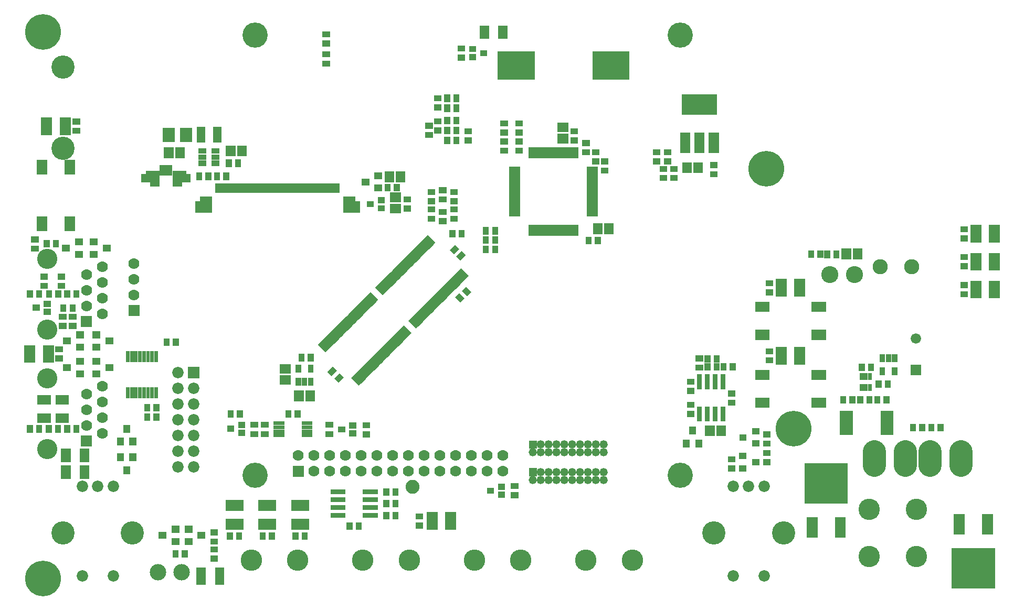
<source format=gbr>
G04 start of page 7 for group -4063 idx -4063 *
G04 Title: Power Board, componentmask *
G04 Creator: pcb 20110918 *
G04 CreationDate: Wed 12 Sep 2012 10:37:05 PM GMT UTC *
G04 For: rob *
G04 Format: Gerber/RS-274X *
G04 PCB-Dimensions: 653543 393701 *
G04 PCB-Coordinate-Origin: lower left *
%MOIN*%
%FSLAX25Y25*%
%LNTOPMASK*%
%ADD174R,0.0572X0.0572*%
%ADD173R,0.0230X0.0230*%
%ADD172R,0.0400X0.0400*%
%ADD171R,0.2551X0.2551*%
%ADD170R,0.0698X0.0698*%
%ADD169R,0.0250X0.0250*%
%ADD168R,0.0809X0.0809*%
%ADD167R,0.0300X0.0300*%
%ADD166C,0.0886*%
%ADD165R,0.0390X0.0390*%
%ADD164R,0.1791X0.1791*%
%ADD163R,0.1320X0.1320*%
%ADD162R,0.0660X0.0660*%
%ADD161R,0.0220X0.0220*%
%ADD160R,0.0374X0.0374*%
%ADD159R,0.0532X0.0532*%
%ADD158R,0.0295X0.0295*%
%ADD157R,0.0700X0.0700*%
%ADD156R,0.0440X0.0440*%
%ADD155R,0.0650X0.0650*%
%ADD154R,0.0216X0.0216*%
%ADD153R,0.0728X0.0728*%
%ADD152R,0.0381X0.0381*%
%ADD151R,0.0413X0.0413*%
%ADD150R,0.0340X0.0340*%
%ADD149R,0.0790X0.0790*%
%ADD148R,0.0533X0.0533*%
%ADD147R,0.0612X0.0612*%
%ADD146C,0.1043*%
%ADD145C,0.1360*%
%ADD144C,0.1358*%
%ADD143C,0.0728*%
%ADD142C,0.1280*%
%ADD141C,0.0660*%
%ADD140C,0.1476*%
%ADD139C,0.0965*%
%ADD138C,0.2270*%
%ADD137C,0.1083*%
%ADD136C,0.0520*%
%ADD135C,0.0001*%
%ADD134C,0.0700*%
%ADD133C,0.1600*%
G54D133*X430276Y369016D03*
X160276D03*
G54D134*X187776Y101516D03*
X197776D03*
X207776D03*
X197776Y91516D03*
X207776D03*
X217776D03*
X227776D03*
X237776D03*
X247776D03*
X257776D03*
Y101516D03*
X267776D03*
X277776D03*
G54D133*X160276Y89016D03*
G54D135*G36*
X184276Y95016D02*Y88016D01*
X191276D01*
Y95016D01*
X184276D01*
G37*
G54D134*X217776Y101516D03*
X227776D03*
X237776D03*
X247776D03*
X267776Y91516D03*
X277776D03*
X287776D03*
X297776D03*
X307776D03*
X317776D03*
X287776Y101516D03*
X297776D03*
X307776D03*
X317776D03*
G54D136*X381776Y108516D03*
Y103516D03*
G54D137*X525275Y216733D03*
G54D138*X485039Y283858D03*
X502362Y118504D03*
G54D137*X540865Y216733D03*
G54D139*X577481Y221654D03*
G54D140*X573228Y99607D03*
G54D135*G36*
X576779Y159127D02*Y152527D01*
X583379D01*
Y159127D01*
X576779D01*
G37*
G54D141*X580079Y175827D03*
G54D139*X557481Y221654D03*
G54D140*X553543Y99607D03*
G54D135*G36*
X117777Y157856D02*Y150573D01*
X125060D01*
Y157856D01*
X117777D01*
G37*
G54D142*X28190Y150711D03*
G54D143*X111419Y154214D03*
Y144214D03*
Y134214D03*
X121419Y144214D03*
Y134214D03*
Y124214D03*
Y114214D03*
Y104214D03*
Y94214D03*
X111419Y124214D03*
Y114214D03*
Y104214D03*
Y94214D03*
G54D134*X53190Y140711D03*
Y120711D03*
Y130711D03*
G54D135*G36*
X49690Y114211D02*Y107211D01*
X56690D01*
Y114211D01*
X49690D01*
G37*
G54D142*X28190Y181655D03*
G54D135*G36*
X79965Y197123D02*Y190123D01*
X86965D01*
Y197123D01*
X79965D01*
G37*
G54D134*X83465Y203623D03*
Y213623D03*
Y223623D03*
X63190Y145711D03*
Y125711D03*
Y115711D03*
Y135711D03*
X53190Y216655D03*
Y196655D03*
Y206655D03*
G54D135*G36*
X49690Y190155D02*Y183155D01*
X56690D01*
Y190155D01*
X49690D01*
G37*
G54D134*X63190Y221655D03*
Y201655D03*
Y191655D03*
Y211655D03*
G54D142*X28190Y226655D03*
G54D140*X38189Y296969D03*
Y348701D03*
G54D138*X25591Y370866D03*
G54D144*X550355Y67364D03*
X580355D03*
X550355Y37364D03*
X580355D03*
G54D140*X608661Y99607D03*
X588976D03*
G54D145*X399999Y34843D03*
G54D133*X430276Y89016D03*
G54D143*X473819Y81888D03*
X483662D03*
X463976D03*
X483662Y24801D03*
X463976D03*
G54D140*X495866Y52360D03*
X451772D03*
G54D135*G36*
X334176Y93616D02*Y88416D01*
X339376D01*
Y93616D01*
X334176D01*
G37*
G54D136*X341776Y91016D03*
X346776D03*
G54D135*G36*
X334176Y111116D02*Y105916D01*
X339376D01*
Y111116D01*
X334176D01*
G37*
G54D136*X336776Y103516D03*
X341776Y108516D03*
Y103516D03*
G54D145*X329135Y34844D03*
X299607D03*
G54D136*X351776Y91016D03*
X356776D03*
X361776D03*
X366776D03*
X351776Y86016D03*
X356776D03*
X361776D03*
X366776D03*
X371776Y91016D03*
X376776D03*
X381776D03*
X371776Y86016D03*
X376776D03*
X381776D03*
G54D145*X370471Y34843D03*
G54D136*X346776Y108516D03*
Y103516D03*
X351776D03*
X356776D03*
X351776Y108516D03*
X356776D03*
X361776D03*
X366776D03*
X371776D03*
X376776D03*
X361776Y103516D03*
X366776D03*
X371776D03*
X376776D03*
G54D142*X28190Y105711D03*
G54D136*X336776Y86016D03*
X341776D03*
X346776D03*
G54D143*X60435Y81891D03*
X70278D03*
X50592D03*
G54D145*X258270Y34844D03*
X228742D03*
X187404Y34845D03*
X157876D03*
G54D143*X70278Y24804D03*
X50592D03*
G54D140*X82482Y52363D03*
G54D146*X113780Y27166D03*
X98780D03*
G54D140*X38388Y52363D03*
G54D138*X25591Y23229D03*
G54D147*X144882Y295669D02*Y294883D01*
X151968Y295669D02*Y294883D01*
G54D148*X136221Y307874D02*Y303150D01*
X125985Y307874D02*Y303150D01*
G54D149*X116536Y306112D02*Y304912D01*
G54D150*X134240Y295276D02*X135840D01*
X126040D02*X127640D01*
X126040Y291376D02*X127640D01*
G54D151*X127560Y264075D02*X130985D01*
G54D152*X130709Y279618D02*Y278650D01*
X124875Y279618D02*Y278650D01*
G54D153*X126064Y259705D02*X129410D01*
G54D150*X126040Y287476D02*X127640D01*
G54D154*X155906Y273524D02*Y269784D01*
X157875Y273524D02*Y269784D01*
X159843Y273524D02*Y269784D01*
X161812Y273524D02*Y269784D01*
X163780Y273524D02*Y269784D01*
X165749Y273524D02*Y269784D01*
X167717Y273524D02*Y269784D01*
X169686Y273524D02*Y269784D01*
X171654Y273524D02*Y269784D01*
X173623Y273524D02*Y269784D01*
G54D155*X25000Y250394D02*Y247638D01*
X42716Y250394D02*Y247638D01*
G54D156*X57642Y237365D02*X58242D01*
X65842Y233465D02*X66442D01*
X48058Y237365D02*X48658D01*
X39858Y233465D02*X40458D01*
G54D154*X136221Y273524D02*Y269784D01*
X138190Y273524D02*Y269784D01*
X140158Y273524D02*Y269784D01*
X146064Y273524D02*Y269784D01*
X148032Y273524D02*Y269784D01*
G54D152*X149535Y287886D02*Y286918D01*
X143701Y287886D02*Y286918D01*
G54D154*X150001Y273524D02*Y269784D01*
X151969Y273524D02*Y269784D01*
X153938Y273524D02*Y269784D01*
X142127Y273524D02*Y269784D01*
X144095Y273524D02*Y269784D01*
G54D152*X136221Y279618D02*Y278650D01*
X142055Y279618D02*Y278650D01*
G54D150*X134240Y287476D02*X135840D01*
X134240Y291376D02*X135840D01*
G54D155*X25000Y286220D02*Y283464D01*
X42716Y286220D02*Y283464D01*
G54D157*X27998Y313142D02*Y308906D01*
X39718Y313142D02*Y308906D01*
G54D152*X46367Y308107D02*X47335D01*
X46367Y313941D02*X47335D01*
G54D147*X105513Y294488D02*Y293702D01*
G54D149*X105536Y306112D02*Y304912D01*
G54D147*X112599Y294488D02*Y293702D01*
G54D154*X100788Y285159D02*Y280710D01*
X102757Y285159D02*Y280710D01*
X104725Y285159D02*Y280710D01*
X106694Y285159D02*Y280710D01*
G54D158*X92363Y281103D02*X98032D01*
G54D159*X90749Y277954D02*X96851D01*
G54D160*X95473Y274450D02*X97639D01*
G54D158*X109450Y281103D02*X115158D01*
G54D159*X110631Y277954D02*X116733D01*
G54D160*X109843Y274450D02*X112009D01*
G54D152*X362508Y307803D02*X363476D01*
X362508Y301969D02*X363476D01*
G54D161*X364645Y296623D02*Y291725D01*
X362677Y296623D02*Y291725D01*
X372118Y278348D02*X377016D01*
X372118Y280316D02*X377016D01*
X372118Y282285D02*X377016D01*
G54D152*X372119Y238674D02*Y237706D01*
X377953Y238674D02*Y237706D01*
G54D161*X372118Y284253D02*X377016D01*
G54D152*X376288Y288583D02*X377256D01*
X381800Y282749D02*X382768D01*
X381800Y288583D02*X382768D01*
G54D147*X385040Y246063D02*Y245277D01*
X377954Y246063D02*Y245277D01*
G54D152*X369989Y300323D02*X370957D01*
X369989Y294489D02*X370957D01*
X376288Y294417D02*X377256D01*
G54D157*X629876Y244638D02*Y240402D01*
G54D152*X421957Y294489D02*X422925D01*
G54D162*X433475Y303694D02*Y297094D01*
X442475Y303694D02*Y297094D01*
G54D163*X437975Y324794D02*X446975D01*
G54D162*X451575Y303694D02*Y297094D01*
G54D152*X451091Y280387D02*X452059D01*
X451091Y286221D02*X452059D01*
G54D147*X441732Y285039D02*Y284253D01*
G54D152*X610146Y239603D02*X611114D01*
X610146Y245437D02*X611114D01*
X425894Y283859D02*X426862D01*
X425894Y278025D02*X426862D01*
G54D147*X434646Y285039D02*Y284253D01*
G54D157*X618156Y244638D02*Y240402D01*
G54D152*X421957Y288655D02*X422925D01*
X414871Y294489D02*X415839D01*
X414871Y288655D02*X415839D01*
X419201Y278025D02*X420169D01*
X419201Y283859D02*X420169D01*
G54D161*X360708Y296623D02*Y291725D01*
X358740Y296623D02*Y291725D01*
X356771Y296623D02*Y291725D01*
X354803Y296623D02*Y291725D01*
X352834Y296623D02*Y291725D01*
X350866Y296623D02*Y291725D01*
X348897Y296623D02*Y291725D01*
X346929Y296623D02*Y291725D01*
X344960Y296623D02*Y291725D01*
G54D147*X355513Y303150D02*X356299D01*
X355513Y310236D02*X356299D01*
G54D164*X383663Y349608D02*X389175D01*
G54D161*X358741Y247253D02*Y242355D01*
X360709Y247253D02*Y242355D01*
X362678Y247253D02*Y242355D01*
X364646Y247253D02*Y242355D01*
X372118Y254726D02*X377016D01*
X372118Y256694D02*X377016D01*
X372118Y258663D02*X377016D01*
X372118Y260631D02*X377016D01*
X372118Y262600D02*X377016D01*
X372118Y264568D02*X377016D01*
X372118Y266537D02*X377016D01*
X372118Y268505D02*X377016D01*
X372118Y270474D02*X377016D01*
X372118Y272442D02*X377016D01*
X372118Y274411D02*X377016D01*
X372118Y276379D02*X377016D01*
G54D152*X205028Y350860D02*X205996D01*
X205028Y356694D02*X205996D01*
X205028Y363619D02*X205996D01*
X205028Y369453D02*X205996D01*
G54D154*X175591Y273524D02*Y269784D01*
X177560Y273524D02*Y269784D01*
X179528Y273524D02*Y269784D01*
X181497Y273524D02*Y269784D01*
X183465Y273524D02*Y269784D01*
X185434Y273524D02*Y269784D01*
X187402Y273524D02*Y269784D01*
X189371Y273524D02*Y269784D01*
X191339Y273524D02*Y269784D01*
X193308Y273524D02*Y269784D01*
X195276Y273524D02*Y269784D01*
X197245Y273524D02*Y269784D01*
X199213Y273524D02*Y269784D01*
X201182Y273524D02*Y269784D01*
X203150Y273524D02*Y269784D01*
X205119Y273524D02*Y269784D01*
X207087Y273524D02*Y269784D01*
X209056Y273524D02*Y269784D01*
G54D156*X238283Y271654D02*X238883D01*
X238283Y279454D02*X238883D01*
X230083Y275554D02*X230683D01*
G54D147*X245669Y279134D02*Y278348D01*
G54D152*X244488Y272532D02*Y271564D01*
G54D154*X211024Y273524D02*Y269784D01*
X212993Y273524D02*Y269784D01*
G54D151*X218505Y264075D02*X221851D01*
G54D153*X220079Y259705D02*X223347D01*
G54D165*X240165Y258818D02*X240765D01*
X240165Y263918D02*X240765D01*
X233165Y261418D02*X233765D01*
G54D161*X342992Y296623D02*Y291725D01*
X341023Y296623D02*Y291725D01*
X339055Y296623D02*Y291725D01*
X337086Y296623D02*Y291725D01*
X335118Y296623D02*Y291725D01*
X322748Y284252D02*X327646D01*
X322748Y282284D02*X327646D01*
X322748Y280315D02*X327646D01*
G54D152*X318020Y295509D02*X318988D01*
X327469D02*X328437D01*
G54D161*X322748Y278347D02*X327646D01*
X322748Y276378D02*X327646D01*
X322748Y274410D02*X327646D01*
X322748Y272441D02*X327646D01*
X322748Y270473D02*X327646D01*
X322748Y268504D02*X327646D01*
X322748Y266536D02*X327646D01*
X322748Y264567D02*X327646D01*
X322748Y262599D02*X327646D01*
X322748Y260630D02*X327646D01*
X322748Y258662D02*X327646D01*
X322748Y256693D02*X327646D01*
X322748Y254725D02*X327646D01*
X335119Y247253D02*Y242355D01*
X337087Y247253D02*Y242355D01*
X339056Y247253D02*Y242355D01*
G54D152*X306926Y233162D02*Y232194D01*
X312760Y233162D02*Y232194D01*
X306926Y239067D02*Y238099D01*
Y244973D02*Y244005D01*
X312760Y239067D02*Y238099D01*
Y244973D02*Y244005D01*
G54D161*X341024Y247253D02*Y242355D01*
X342993Y247253D02*Y242355D01*
X344961Y247253D02*Y242355D01*
X346930Y247253D02*Y242355D01*
X348898Y247253D02*Y242355D01*
X350867Y247253D02*Y242355D01*
X352835Y247253D02*Y242355D01*
X354804Y247253D02*Y242355D01*
X356772Y247253D02*Y242355D01*
G54D152*X279044Y250627D02*X280012D01*
X291500Y243004D02*Y242036D01*
X285666Y243004D02*Y242036D01*
X279044Y256461D02*X280012D01*
X286130Y258036D02*X287098D01*
X286130Y252202D02*X287098D01*
X271957D02*X272925D01*
X271957Y258036D02*X272925D01*
G54D135*G36*
X270108Y241919D02*X274990Y237037D01*
X273448Y235495D01*
X268566Y240377D01*
X270108Y241919D01*
G37*
G36*
X268716Y240528D02*X273599Y235645D01*
X272057Y234103D01*
X267174Y238986D01*
X268716Y240528D01*
G37*
G36*
X267324Y239135D02*X272206Y234253D01*
X270664Y232711D01*
X265782Y237593D01*
X267324Y239135D01*
G37*
G36*
X265932Y237744D02*X270815Y232862D01*
X269273Y231320D01*
X264390Y236202D01*
X265932Y237744D01*
G37*
G54D152*X256603Y258662D02*X257571D01*
X256603Y264496D02*X257571D01*
G54D147*X249214Y258662D02*X250000D01*
X252755Y279134D02*Y278348D01*
X249214Y265748D02*X250000D01*
G54D152*X250322Y272532D02*Y271564D01*
X279044Y270240D02*X280012D01*
X279044Y264406D02*X280012D01*
X271957Y269059D02*X272925D01*
X271957Y263225D02*X272925D01*
X286130Y269059D02*X287098D01*
X286130Y263225D02*X287098D01*
X270382Y305512D02*X271350D01*
X270382Y311346D02*X271350D01*
X282356Y308753D02*Y307785D01*
Y315052D02*Y314084D01*
X275894Y308268D02*X276862D01*
X275894Y314102D02*X276862D01*
X288190Y322926D02*Y321958D01*
X295186Y307803D02*X296154D01*
X295186Y301969D02*X296154D01*
X288190Y308753D02*Y307785D01*
Y315052D02*Y314084D01*
X282356Y322926D02*Y321958D01*
X275894Y328740D02*X276862D01*
X275894Y322906D02*X276862D01*
X282356Y329225D02*Y328257D01*
X288190Y329225D02*Y328257D01*
X288118Y302453D02*Y301485D01*
X282284Y302453D02*Y301485D01*
G54D165*X298212Y360081D02*X298812D01*
G54D152*X290855Y354564D02*X291823D01*
X290855Y360398D02*X291823D01*
G54D165*X298212Y354981D02*X298812D01*
X305212Y357481D02*X305812D01*
G54D164*X323427Y349608D02*X328939D01*
G54D152*X318020Y301343D02*X318988D01*
X327469Y306926D02*X328437D01*
X327469Y301343D02*X328437D01*
X318020Y306926D02*X318988D01*
X327469Y312760D02*X328437D01*
X318020D02*X318988D01*
G54D147*X317716Y372048D02*Y369686D01*
X305906Y372048D02*Y369686D01*
G54D157*X284646Y61961D02*Y57725D01*
X272926Y61961D02*Y57725D01*
G54D152*X264083Y62760D02*X265051D01*
X264083Y56926D02*X265051D01*
X324713Y82051D02*X325681D01*
X324713Y76217D02*X325681D01*
G54D165*X316543Y76534D02*X317143D01*
X316543Y81634D02*X317143D01*
X309543Y79134D02*X310143D01*
G54D166*X260236Y81497D03*
G54D152*X249535Y71350D02*Y70382D01*
Y78831D02*Y77863D01*
Y63870D02*Y62902D01*
X243701Y71350D02*Y70382D01*
Y78831D02*Y77863D01*
G54D167*X230215Y73347D02*X236715D01*
X230215Y78347D02*X236715D01*
X209715D02*X216215D01*
X209715Y73347D02*X216215D01*
X209715Y68347D02*X216215D01*
X209715Y63347D02*X216215D01*
G54D152*X220312Y57177D02*Y56209D01*
X226146Y57177D02*Y56209D01*
G54D167*X230215Y63347D02*X236715D01*
X230215Y68347D02*X236715D01*
G54D152*X243701Y63870D02*Y62902D01*
G54D135*G36*
X233763Y205576D02*X238646Y200694D01*
X237104Y199151D01*
X232221Y204033D01*
X233763Y205576D01*
G37*
G36*
X232372Y204184D02*X237254Y199301D01*
X235712Y197759D01*
X230830Y202641D01*
X232372Y204184D01*
G37*
G36*
X230980Y202792D02*X235862Y197909D01*
X234320Y196367D01*
X229438Y201249D01*
X230980Y202792D01*
G37*
G36*
X229588Y201400D02*X234470Y196517D01*
X232928Y194975D01*
X228046Y199857D01*
X229588Y201400D01*
G37*
G36*
X228196Y200008D02*X233078Y195125D01*
X231536Y193583D01*
X226654Y198465D01*
X228196Y200008D01*
G37*
G36*
X226804Y198617D02*X231686Y193733D01*
X230144Y192191D01*
X225262Y197075D01*
X226804Y198617D01*
G37*
G36*
X225412Y197224D02*X230294Y192341D01*
X228752Y190799D01*
X223870Y195681D01*
X225412Y197224D01*
G37*
G36*
X245054Y216865D02*X249936Y211983D01*
X248394Y210441D01*
X243512Y215323D01*
X245054Y216865D01*
G37*
G36*
X243662Y215474D02*X248544Y210591D01*
X247002Y209049D01*
X242120Y213932D01*
X243662Y215474D01*
G37*
G36*
X242270Y214081D02*X247152Y209199D01*
X245610Y207657D01*
X240728Y212539D01*
X242270Y214081D01*
G37*
G36*
X240878Y212690D02*X245761Y207807D01*
X244219Y206265D01*
X239336Y211148D01*
X240878Y212690D01*
G37*
G36*
X239486Y211297D02*X244368Y206415D01*
X242826Y204873D01*
X237944Y209755D01*
X239486Y211297D01*
G37*
G36*
X238094Y209906D02*X242977Y205023D01*
X241435Y203481D01*
X236552Y208364D01*
X238094Y209906D01*
G37*
G36*
X224020Y195833D02*X228903Y190949D01*
X227361Y189407D01*
X222478Y194290D01*
X224020Y195833D01*
G37*
G36*
X222628Y194440D02*X227510Y189557D01*
X225968Y188015D01*
X221086Y192897D01*
X222628Y194440D01*
G37*
G36*
X221236Y193049D02*X226119Y188165D01*
X224577Y186623D01*
X219694Y191506D01*
X221236Y193049D01*
G37*
G36*
X219844Y191657D02*X224726Y186773D01*
X223184Y185231D01*
X218302Y190115D01*
X219844Y191657D01*
G37*
G36*
X218452Y190265D02*X223335Y185383D01*
X221793Y183840D01*
X216910Y188722D01*
X218452Y190265D01*
G37*
G36*
X217061Y188873D02*X221943Y183990D01*
X220401Y182448D01*
X215519Y187330D01*
X217061Y188873D01*
G37*
G36*
X246568Y176068D02*X251451Y171184D01*
X249909Y169642D01*
X245026Y174525D01*
X246568Y176068D01*
G37*
G36*
X247961Y177460D02*X252843Y172577D01*
X251301Y171035D01*
X246419Y175917D01*
X247961Y177460D01*
G37*
G36*
X249352Y178852D02*X254235Y173968D01*
X252693Y172426D01*
X247810Y177309D01*
X249352Y178852D01*
G37*
G36*
X250745Y180244D02*X255627Y175360D01*
X254085Y173818D01*
X249203Y178702D01*
X250745Y180244D01*
G37*
G36*
X252136Y181635D02*X257019Y176753D01*
X255477Y175210D01*
X250594Y180092D01*
X252136Y181635D01*
G37*
G36*
X253528Y183028D02*X258411Y178144D01*
X256869Y176602D01*
X251986Y181485D01*
X253528Y183028D01*
G37*
G36*
X254920Y184419D02*X259802Y179536D01*
X258260Y177994D01*
X253378Y182876D01*
X254920Y184419D01*
G37*
G36*
X259251Y188749D02*X264133Y183867D01*
X262591Y182325D01*
X257709Y187207D01*
X259251Y188749D01*
G37*
G36*
X260642Y190141D02*X265525Y185258D01*
X263983Y183716D01*
X259100Y188599D01*
X260642Y190141D01*
G37*
G36*
X262035Y191533D02*X266917Y186651D01*
X265375Y185109D01*
X260493Y189991D01*
X262035Y191533D01*
G37*
G36*
X263426Y192925D02*X268309Y188042D01*
X266767Y186500D01*
X261884Y191383D01*
X263426Y192925D01*
G37*
G36*
X264819Y194317D02*X269701Y189435D01*
X268159Y187893D01*
X263277Y192775D01*
X264819Y194317D01*
G37*
G36*
X266210Y195709D02*X271093Y190826D01*
X269551Y189284D01*
X264668Y194167D01*
X266210Y195709D01*
G37*
G36*
X267603Y197101D02*X272485Y192218D01*
X270943Y190676D01*
X266061Y195559D01*
X267603Y197101D01*
G37*
G36*
X268994Y198492D02*X273876Y193610D01*
X272334Y192068D01*
X267452Y196950D01*
X268994Y198492D01*
G37*
G36*
X270386Y199885D02*X275269Y195002D01*
X273727Y193460D01*
X268844Y198343D01*
X270386Y199885D01*
G37*
G36*
X271778Y201276D02*X276660Y196394D01*
X275118Y194852D01*
X270236Y199734D01*
X271778Y201276D01*
G37*
G36*
X273170Y202669D02*X278053Y197786D01*
X276511Y196244D01*
X271628Y201127D01*
X273170Y202669D01*
G37*
G36*
X264540Y236352D02*X269422Y231469D01*
X267880Y229927D01*
X262998Y234810D01*
X264540Y236352D01*
G37*
G36*
X263148Y234960D02*X268031Y230078D01*
X266489Y228536D01*
X261606Y233418D01*
X263148Y234960D01*
G37*
G36*
X261756Y233568D02*X266639Y228685D01*
X265097Y227143D01*
X260214Y232026D01*
X261756Y233568D01*
G37*
G36*
X260365Y232176D02*X265247Y227294D01*
X263705Y225752D01*
X258823Y230634D01*
X260365Y232176D01*
G37*
G36*
X258972Y230784D02*X263855Y225901D01*
X262313Y224359D01*
X257430Y229242D01*
X258972Y230784D01*
G37*
G36*
X257581Y229392D02*X262463Y224510D01*
X260921Y222968D01*
X256039Y227850D01*
X257581Y229392D01*
G37*
G36*
X256188Y228000D02*X261071Y223118D01*
X259529Y221576D01*
X254646Y226458D01*
X256188Y228000D01*
G37*
G36*
X254797Y226608D02*X259679Y221726D01*
X258137Y220184D01*
X253255Y225066D01*
X254797Y226608D01*
G37*
G36*
X253405Y225217D02*X258288Y220334D01*
X256746Y218792D01*
X251863Y223675D01*
X253405Y225217D01*
G37*
G36*
X252014Y223825D02*X256896Y218943D01*
X255354Y217401D01*
X250472Y222283D01*
X252014Y223825D01*
G37*
G36*
X250621Y222433D02*X255504Y217551D01*
X253962Y216009D01*
X249079Y220891D01*
X250621Y222433D01*
G37*
G36*
X249230Y221041D02*X254112Y216159D01*
X252570Y214617D01*
X247688Y219499D01*
X249230Y221041D01*
G37*
G36*
X247837Y219649D02*X252720Y214767D01*
X251178Y213225D01*
X246295Y218107D01*
X247837Y219649D01*
G37*
G36*
X246446Y218257D02*X251328Y213375D01*
X249786Y211833D01*
X244904Y216715D01*
X246446Y218257D01*
G37*
G36*
X288093Y228211D02*X291475Y231593D01*
X294172Y228895D01*
X290791Y225514D01*
X288093Y228211D01*
G37*
G36*
X290115Y204916D02*X293498Y201533D01*
X290800Y198836D01*
X287417Y202218D01*
X290115Y204916D01*
G37*
G36*
X294240Y209041D02*X297623Y205658D01*
X294925Y202961D01*
X291542Y206343D01*
X294240Y209041D01*
G37*
G36*
X289873Y219371D02*X294755Y214489D01*
X293213Y212947D01*
X288331Y217829D01*
X289873Y219371D01*
G37*
G36*
X291264Y220763D02*X296147Y215880D01*
X294605Y214338D01*
X289722Y219221D01*
X291264Y220763D01*
G37*
G36*
X283968Y232336D02*X287350Y235718D01*
X290047Y233020D01*
X286666Y229639D01*
X283968Y232336D01*
G37*
G36*
X282913Y212411D02*X287795Y207529D01*
X286253Y205987D01*
X281371Y210869D01*
X282913Y212411D01*
G37*
G36*
X284305Y213803D02*X289187Y208921D01*
X287645Y207379D01*
X282763Y212261D01*
X284305Y213803D01*
G37*
G36*
X285697Y215195D02*X290579Y210313D01*
X289037Y208771D01*
X284155Y213653D01*
X285697Y215195D01*
G37*
G36*
X287089Y216587D02*X291971Y211705D01*
X290429Y210163D01*
X285547Y215045D01*
X287089Y216587D01*
G37*
G36*
X288481Y217979D02*X293363Y213096D01*
X291821Y211554D01*
X286939Y216437D01*
X288481Y217979D01*
G37*
G36*
X274562Y204060D02*X279444Y199178D01*
X277902Y197636D01*
X273020Y202518D01*
X274562Y204060D01*
G37*
G36*
X275953Y205452D02*X280836Y200569D01*
X279294Y199027D01*
X274411Y203910D01*
X275953Y205452D01*
G37*
G36*
X277345Y206843D02*X282227Y201961D01*
X280685Y200419D01*
X275803Y205301D01*
X277345Y206843D01*
G37*
G36*
X278737Y208236D02*X283620Y203353D01*
X282078Y201811D01*
X277195Y206694D01*
X278737Y208236D01*
G37*
G36*
X280129Y209627D02*X285011Y204745D01*
X283469Y203203D01*
X278587Y208085D01*
X280129Y209627D01*
G37*
G36*
X281521Y211020D02*X286404Y206137D01*
X284862Y204595D01*
X279979Y209478D01*
X281521Y211020D01*
G37*
G36*
X215669Y187482D02*X220552Y182598D01*
X219010Y181056D01*
X214127Y185939D01*
X215669Y187482D01*
G37*
G36*
X214277Y186089D02*X219159Y181206D01*
X217617Y179664D01*
X212735Y184546D01*
X214277Y186089D01*
G37*
G36*
X212885Y184698D02*X217768Y179814D01*
X216226Y178272D01*
X211343Y183155D01*
X212885Y184698D01*
G37*
G36*
X211493Y183306D02*X216375Y178422D01*
X214833Y176880D01*
X209951Y181764D01*
X211493Y183306D01*
G37*
G36*
X210101Y181914D02*X214984Y177032D01*
X213442Y175489D01*
X208559Y180371D01*
X210101Y181914D01*
G37*
G36*
X208709Y180522D02*X213592Y175638D01*
X212050Y174096D01*
X207167Y178979D01*
X208709Y180522D01*
G37*
G36*
X207318Y179130D02*X212200Y174247D01*
X210658Y172705D01*
X205776Y177587D01*
X207318Y179130D01*
G37*
G36*
X205925Y177738D02*X210808Y172854D01*
X209266Y171312D01*
X204383Y176195D01*
X205925Y177738D01*
G37*
G36*
X204534Y176346D02*X209416Y171463D01*
X207874Y169921D01*
X202992Y174803D01*
X204534Y176346D01*
G37*
G36*
X203141Y174954D02*X208024Y170072D01*
X206482Y168529D01*
X201599Y173411D01*
X203141Y174954D01*
G37*
G36*
X201750Y173562D02*X206632Y168679D01*
X205090Y167137D01*
X200208Y172019D01*
X201750Y173562D01*
G37*
G36*
X222906Y152406D02*X227789Y147522D01*
X226247Y145980D01*
X221364Y150863D01*
X222906Y152406D01*
G37*
G36*
X210534Y150653D02*X213919Y154033D01*
X216614Y151333D01*
X213230Y147954D01*
X210534Y150653D01*
G37*
G36*
X206409Y154776D02*X209792Y158159D01*
X212489Y155461D01*
X209107Y152079D01*
X206409Y154776D01*
G37*
G36*
X224298Y153797D02*X229180Y148914D01*
X227638Y147372D01*
X222756Y152254D01*
X224298Y153797D01*
G37*
G36*
X225690Y155190D02*X230573Y150306D01*
X229031Y148764D01*
X224148Y153647D01*
X225690Y155190D01*
G37*
G36*
X227082Y156581D02*X231964Y151698D01*
X230422Y150156D01*
X225540Y155038D01*
X227082Y156581D01*
G37*
G36*
X228474Y157973D02*X233357Y153091D01*
X231815Y151548D01*
X226932Y156430D01*
X228474Y157973D01*
G37*
G36*
X229866Y159365D02*X234748Y154482D01*
X233206Y152940D01*
X228324Y157822D01*
X229866Y159365D01*
G37*
G36*
X231258Y160757D02*X236140Y155874D01*
X234598Y154332D01*
X229716Y159214D01*
X231258Y160757D01*
G37*
G36*
X232650Y162149D02*X237532Y157266D01*
X235990Y155724D01*
X231108Y160606D01*
X232650Y162149D01*
G37*
G54D150*X195632Y157426D02*Y155826D01*
G54D152*X195669Y164264D02*Y163296D01*
G54D150*X187832Y157426D02*Y155826D01*
G54D152*X189835Y164264D02*Y163296D01*
G54D147*X179135Y156694D02*X179921D01*
X179135Y149608D02*X179921D01*
G54D150*X187832Y149226D02*Y147626D01*
X191732Y149226D02*Y147626D01*
X195632Y149226D02*Y147626D01*
G54D147*X188190Y139764D02*Y138978D01*
X195276Y139764D02*Y138978D01*
G54D135*G36*
X234042Y163541D02*X238924Y158658D01*
X237382Y157116D01*
X232500Y161998D01*
X234042Y163541D01*
G37*
G36*
X235434Y164933D02*X240316Y160049D01*
X238774Y158507D01*
X233892Y163391D01*
X235434Y164933D01*
G37*
G36*
X236826Y166325D02*X241708Y161442D01*
X240166Y159900D01*
X235284Y164782D01*
X236826Y166325D01*
G37*
G36*
X238217Y167717D02*X243100Y162833D01*
X241558Y161291D01*
X236675Y166174D01*
X238217Y167717D01*
G37*
G36*
X239609Y169108D02*X244491Y164225D01*
X242949Y162683D01*
X238067Y167565D01*
X239609Y169108D01*
G37*
G36*
X241001Y170500D02*X245883Y165616D01*
X244341Y164074D01*
X239459Y168958D01*
X241001Y170500D01*
G37*
G36*
X242393Y171892D02*X247275Y167009D01*
X245733Y165467D01*
X240851Y170349D01*
X242393Y171892D01*
G37*
G36*
X243785Y173284D02*X248667Y168400D01*
X247125Y166858D01*
X242243Y171742D01*
X243785Y173284D01*
G37*
G36*
X245177Y174676D02*X250059Y169793D01*
X248517Y168251D01*
X243635Y173133D01*
X245177Y174676D01*
G37*
G54D157*X629876Y209205D02*Y204969D01*
X618156Y209205D02*Y204969D01*
G54D152*X486524Y205351D02*X487492D01*
X486524Y211185D02*X487492D01*
G54D157*X506208Y210385D02*Y206149D01*
X494488Y210385D02*Y206149D01*
G54D152*X610146Y204170D02*X611114D01*
X610146Y210004D02*X611114D01*
X610146Y221887D02*X611114D01*
X610146Y227721D02*X611114D01*
G54D157*X629876Y226922D02*Y222686D01*
X618156Y226922D02*Y222686D01*
G54D147*X542958Y230246D02*Y229460D01*
X535872Y230246D02*Y229460D01*
G54D152*X523700Y229985D02*Y229017D01*
X529534Y229985D02*Y229017D01*
X513492Y230012D02*Y229044D01*
X519326Y230012D02*Y229044D01*
X595598Y119776D02*Y118808D01*
X589764Y119776D02*Y118808D01*
X578185Y119776D02*Y118808D01*
X584019Y119776D02*Y118808D01*
G54D168*X561615Y125788D02*Y118702D01*
G54D152*X555548Y137493D02*Y136525D01*
X561382Y137493D02*Y136525D01*
X551504Y158162D02*Y157194D01*
G54D169*X545670Y152772D02*Y150772D01*
Y145772D02*Y143772D01*
X548170Y145772D02*Y143772D01*
X550770Y145772D02*Y143772D01*
G54D150*X558694Y155943D02*Y154343D01*
X566494Y155943D02*Y154343D01*
G54D140*X588976Y103938D02*Y95276D01*
X573228Y103938D02*Y95276D01*
X553543Y103938D02*Y95276D01*
G54D170*X625512Y60831D02*Y54879D01*
X607560Y60831D02*Y54879D01*
G54D171*X615532Y29725D02*X617540D01*
G54D140*X608661Y103938D02*Y95276D01*
G54D152*X556371Y147335D02*Y146367D01*
X562205Y147335D02*Y146367D01*
X544685Y137493D02*Y136525D01*
X550519Y137493D02*Y136525D01*
X545670Y158162D02*Y157194D01*
G54D169*X550770Y152772D02*Y150772D01*
X548170Y152772D02*Y150772D01*
G54D150*X566494Y164143D02*Y162543D01*
X562594Y164143D02*Y162543D01*
X558694Y164143D02*Y162543D01*
G54D170*X532008Y58705D02*Y52753D01*
G54D168*X535827Y125788D02*Y118702D01*
G54D152*X539728Y137493D02*Y136525D01*
X533894Y137493D02*Y136525D01*
G54D170*X514056Y58705D02*Y52753D01*
G54D171*X522028Y83859D02*X524036D01*
G54D152*X484949Y103079D02*X485917D01*
X484949Y97245D02*X485917D01*
X484949Y109056D02*X485917D01*
G54D157*X506254Y167079D02*Y162843D01*
X494534Y167079D02*Y162843D01*
G54D155*X516929Y178347D02*X519685D01*
X516929Y152756D02*X519685D01*
X516929Y196063D02*X519685D01*
X516929Y135040D02*X519685D01*
G54D152*X486524Y162044D02*X487492D01*
X486524Y167878D02*X487492D01*
X484949Y114890D02*X485917D01*
G54D155*X481103Y135040D02*X483859D01*
X481103Y152756D02*X483859D01*
G54D172*X478047Y109130D02*X478647D01*
X469847Y113030D02*X470447D01*
X478047Y116930D02*X478647D01*
G54D155*X481103Y178347D02*X483859D01*
G54D152*X463708Y158359D02*Y157391D01*
G54D155*X481103Y196063D02*X483859D01*
G54D172*X469779Y101182D02*X470379D01*
X469779Y93382D02*X470379D01*
X477979Y97282D02*X478579D01*
G54D152*X462508Y99142D02*X463476D01*
X462508Y93308D02*X463476D01*
X447638Y158359D02*Y157391D01*
X442036Y163315D02*X443004D01*
X442036Y157481D02*X443004D01*
X447638Y163477D02*Y162509D01*
X453472Y158359D02*Y157391D01*
G54D167*X457520Y151676D02*Y145176D01*
X452520Y151676D02*Y145176D01*
G54D152*X457874Y158359D02*Y157391D01*
X453472Y163477D02*Y162509D01*
X462508Y135112D02*X463476D01*
X462508Y140946D02*X463476D01*
G54D167*X452520Y131176D02*Y124676D01*
X457520Y131176D02*Y124676D01*
G54D147*X456299Y117716D02*Y116930D01*
X449213Y117716D02*Y116930D01*
G54D167*X442520Y131176D02*Y124676D01*
X447520Y131176D02*Y124676D01*
Y151676D02*Y145176D01*
X442520Y151676D02*Y145176D01*
G54D152*X436524Y133787D02*X437492D01*
X436524Y142592D02*X437492D01*
X436524Y148426D02*X437492D01*
X436524Y127953D02*X437492D01*
G54D156*X434289Y109423D02*Y108823D01*
X442089Y109423D02*Y108823D01*
X438189Y117623D02*Y117023D01*
G54D152*X25894Y209449D02*X26862D01*
X25894Y215283D02*X26862D01*
X23157Y204815D02*Y203847D01*
X17323Y204815D02*Y203847D01*
X40945Y204815D02*Y203847D01*
X46779Y204815D02*Y203847D01*
X44417Y195760D02*Y194792D01*
X38583Y195760D02*Y194792D01*
X35362Y204815D02*Y203847D01*
X36918Y209449D02*X37886D01*
X36918Y215283D02*X37886D01*
X29528Y204815D02*Y203847D01*
G54D165*X28047Y192932D02*X28647D01*
X28047Y198032D02*X28647D01*
X21047Y195532D02*X21647D01*
G54D152*X37705Y189764D02*X38673D01*
X37705Y183930D02*X38673D01*
G54D147*X36615Y137007D02*X38977D01*
X36615Y125197D02*X38977D01*
X25197Y137007D02*X27559D01*
X25197Y125197D02*X27559D01*
G54D157*X29043Y168260D02*Y164024D01*
X17323Y168260D02*Y164024D01*
G54D152*X35343Y163225D02*X36311D01*
X35343Y169059D02*X36311D01*
X33858Y236705D02*Y235737D01*
X28024Y236705D02*Y235737D01*
X19988Y233071D02*X20956D01*
X19988Y238905D02*X20956D01*
G54D156*X57642Y229565D02*X58242D01*
X48058D02*X48658D01*
G54D152*X44005Y189764D02*X44973D01*
X44005Y183930D02*X44973D01*
G54D156*X40646Y174410D02*X41246D01*
X48845Y153581D02*X49445D01*
X48845Y161381D02*X49445D01*
X40645Y157481D02*X41245D01*
X59217Y178310D02*X59817D01*
X48846D02*X49446D01*
X59217Y170510D02*X59817D01*
X48846D02*X49446D01*
X59217Y161381D02*X59817D01*
X67417Y174410D02*X68017D01*
X59217Y153581D02*X59817D01*
X67417Y157481D02*X68017D01*
G54D152*X46779Y118989D02*Y118021D01*
X40945Y118989D02*Y118021D01*
X35201Y118989D02*Y118021D01*
X29367Y118989D02*Y118021D01*
X23229Y118989D02*Y118021D01*
X17395Y118989D02*Y118021D01*
X104170Y174107D02*Y173139D01*
X110004Y174107D02*Y173139D01*
G54D173*X97440Y166868D02*Y162262D01*
X94881Y166868D02*Y162262D01*
X92322Y166868D02*Y162262D01*
X89763Y166868D02*Y162262D01*
X87205Y166868D02*Y162262D01*
X84646Y166868D02*Y162262D01*
X82087Y166868D02*Y162262D01*
X79528Y166868D02*Y162262D01*
Y143640D02*Y139034D01*
X82087Y143640D02*Y139034D01*
X84646Y143640D02*Y139034D01*
X87205Y143640D02*Y139034D01*
X89763Y143640D02*Y139034D01*
X92322Y143640D02*Y139034D01*
X94881Y143640D02*Y139034D01*
X97440Y143640D02*Y139034D01*
G54D152*X91804Y126469D02*Y125501D01*
Y132374D02*Y131406D01*
X97638Y126469D02*Y125501D01*
Y132374D02*Y131406D01*
X159359Y115194D02*X160327D01*
G54D156*X74840Y110605D02*Y110005D01*
X82640Y110605D02*Y110005D01*
X78740Y118805D02*Y118205D01*
X82640Y100627D02*Y100027D01*
X74840Y100627D02*Y100027D01*
X78740Y92427D02*Y91827D01*
G54D147*X51968Y102756D02*Y100394D01*
Y92127D02*Y89765D01*
X40158Y102756D02*Y100394D01*
Y92127D02*Y89765D01*
G54D152*X159359Y121028D02*X160327D01*
G54D173*X173288Y119489D02*X177894D01*
G54D152*X166052Y121028D02*X167020D01*
G54D173*X173288Y122048D02*X177894D01*
G54D152*X144882Y128437D02*Y127469D01*
X150716Y128437D02*Y127469D01*
G54D173*X173288Y116931D02*X177894D01*
X191004D02*X195610D01*
G54D152*X181568Y128437D02*Y127469D01*
X187402Y128437D02*Y127469D01*
G54D165*X151582Y115905D02*X152182D01*
X151582Y121005D02*X152182D01*
X144582Y118505D02*X145182D01*
G54D152*X144327Y50878D02*Y49910D01*
X150161Y50878D02*Y49910D01*
X165193Y50878D02*Y49910D01*
X171027Y50878D02*Y49910D01*
G54D157*X145126Y57920D02*X149362D01*
X165992D02*X170228D01*
X186859Y69640D02*X191095D01*
X145126D02*X149362D01*
X165992D02*X170228D01*
X186859Y57920D02*X191095D01*
G54D152*X186060Y50878D02*Y49910D01*
X191894Y50878D02*Y49910D01*
X230617Y114961D02*X231585D01*
G54D165*X222054Y115511D02*X222654D01*
G54D173*X173288Y114372D02*X177894D01*
X191004D02*X195610D01*
G54D152*X206996Y115194D02*X207964D01*
X230617Y120795D02*X231585D01*
G54D173*X191004Y119489D02*X195610D01*
X191004Y122048D02*X195610D01*
G54D152*X206996Y121028D02*X207964D01*
G54D165*X222054Y120611D02*X222654D01*
X215054Y118111D02*X215654D01*
G54D152*X166052Y115194D02*X167020D01*
G54D156*X109543Y46851D02*X110143D01*
X109543Y54651D02*X110143D01*
X101343Y50751D02*X101943D01*
X117810Y54651D02*X118410D01*
X117810Y46851D02*X118410D01*
X126010Y50751D02*X126610D01*
G54D152*X133768Y41733D02*X134736D01*
X133768Y52685D02*X134736D01*
X133768Y46851D02*X134736D01*
X133768Y35899D02*X134736D01*
X109843Y39461D02*Y38493D01*
X115677Y39461D02*Y38493D01*
G54D174*X125984Y27558D02*Y22048D01*
X137794Y27558D02*Y22048D01*
M02*

</source>
